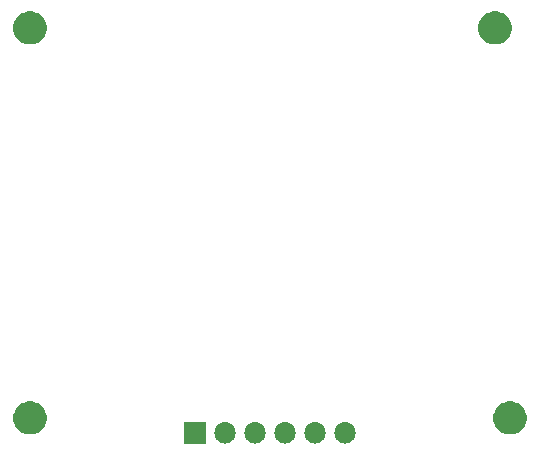
<source format=gbr>
G04 #@! TF.GenerationSoftware,KiCad,Pcbnew,(5.1.2)-2*
G04 #@! TF.CreationDate,2019-08-15T12:03:38-06:00*
G04 #@! TF.ProjectId,ps2plus,70733270-6c75-4732-9e6b-696361645f70,rev?*
G04 #@! TF.SameCoordinates,Original*
G04 #@! TF.FileFunction,Soldermask,Bot*
G04 #@! TF.FilePolarity,Negative*
%FSLAX46Y46*%
G04 Gerber Fmt 4.6, Leading zero omitted, Abs format (unit mm)*
G04 Created by KiCad (PCBNEW (5.1.2)-2) date 2019-08-15 12:03:38*
%MOMM*%
%LPD*%
G04 APERTURE LIST*
%ADD10C,0.100000*%
G04 APERTURE END LIST*
D10*
G36*
X144890443Y-88005519D02*
G01*
X144956627Y-88012037D01*
X145126466Y-88063557D01*
X145282991Y-88147222D01*
X145318729Y-88176552D01*
X145420186Y-88259814D01*
X145503448Y-88361271D01*
X145532778Y-88397009D01*
X145616443Y-88553534D01*
X145667963Y-88723373D01*
X145685359Y-88900000D01*
X145667963Y-89076627D01*
X145616443Y-89246466D01*
X145532778Y-89402991D01*
X145503448Y-89438729D01*
X145420186Y-89540186D01*
X145318729Y-89623448D01*
X145282991Y-89652778D01*
X145126466Y-89736443D01*
X144956627Y-89787963D01*
X144890443Y-89794481D01*
X144824260Y-89801000D01*
X144735740Y-89801000D01*
X144669557Y-89794481D01*
X144603373Y-89787963D01*
X144433534Y-89736443D01*
X144277009Y-89652778D01*
X144241271Y-89623448D01*
X144139814Y-89540186D01*
X144056552Y-89438729D01*
X144027222Y-89402991D01*
X143943557Y-89246466D01*
X143892037Y-89076627D01*
X143874641Y-88900000D01*
X143892037Y-88723373D01*
X143943557Y-88553534D01*
X144027222Y-88397009D01*
X144056552Y-88361271D01*
X144139814Y-88259814D01*
X144241271Y-88176552D01*
X144277009Y-88147222D01*
X144433534Y-88063557D01*
X144603373Y-88012037D01*
X144669557Y-88005519D01*
X144735740Y-87999000D01*
X144824260Y-87999000D01*
X144890443Y-88005519D01*
X144890443Y-88005519D01*
G37*
G36*
X147430443Y-88005519D02*
G01*
X147496627Y-88012037D01*
X147666466Y-88063557D01*
X147822991Y-88147222D01*
X147858729Y-88176552D01*
X147960186Y-88259814D01*
X148043448Y-88361271D01*
X148072778Y-88397009D01*
X148156443Y-88553534D01*
X148207963Y-88723373D01*
X148225359Y-88900000D01*
X148207963Y-89076627D01*
X148156443Y-89246466D01*
X148072778Y-89402991D01*
X148043448Y-89438729D01*
X147960186Y-89540186D01*
X147858729Y-89623448D01*
X147822991Y-89652778D01*
X147666466Y-89736443D01*
X147496627Y-89787963D01*
X147430443Y-89794481D01*
X147364260Y-89801000D01*
X147275740Y-89801000D01*
X147209557Y-89794481D01*
X147143373Y-89787963D01*
X146973534Y-89736443D01*
X146817009Y-89652778D01*
X146781271Y-89623448D01*
X146679814Y-89540186D01*
X146596552Y-89438729D01*
X146567222Y-89402991D01*
X146483557Y-89246466D01*
X146432037Y-89076627D01*
X146414641Y-88900000D01*
X146432037Y-88723373D01*
X146483557Y-88553534D01*
X146567222Y-88397009D01*
X146596552Y-88361271D01*
X146679814Y-88259814D01*
X146781271Y-88176552D01*
X146817009Y-88147222D01*
X146973534Y-88063557D01*
X147143373Y-88012037D01*
X147209557Y-88005519D01*
X147275740Y-87999000D01*
X147364260Y-87999000D01*
X147430443Y-88005519D01*
X147430443Y-88005519D01*
G37*
G36*
X142350443Y-88005519D02*
G01*
X142416627Y-88012037D01*
X142586466Y-88063557D01*
X142742991Y-88147222D01*
X142778729Y-88176552D01*
X142880186Y-88259814D01*
X142963448Y-88361271D01*
X142992778Y-88397009D01*
X143076443Y-88553534D01*
X143127963Y-88723373D01*
X143145359Y-88900000D01*
X143127963Y-89076627D01*
X143076443Y-89246466D01*
X142992778Y-89402991D01*
X142963448Y-89438729D01*
X142880186Y-89540186D01*
X142778729Y-89623448D01*
X142742991Y-89652778D01*
X142586466Y-89736443D01*
X142416627Y-89787963D01*
X142350443Y-89794481D01*
X142284260Y-89801000D01*
X142195740Y-89801000D01*
X142129557Y-89794481D01*
X142063373Y-89787963D01*
X141893534Y-89736443D01*
X141737009Y-89652778D01*
X141701271Y-89623448D01*
X141599814Y-89540186D01*
X141516552Y-89438729D01*
X141487222Y-89402991D01*
X141403557Y-89246466D01*
X141352037Y-89076627D01*
X141334641Y-88900000D01*
X141352037Y-88723373D01*
X141403557Y-88553534D01*
X141487222Y-88397009D01*
X141516552Y-88361271D01*
X141599814Y-88259814D01*
X141701271Y-88176552D01*
X141737009Y-88147222D01*
X141893534Y-88063557D01*
X142063373Y-88012037D01*
X142129557Y-88005519D01*
X142195740Y-87999000D01*
X142284260Y-87999000D01*
X142350443Y-88005519D01*
X142350443Y-88005519D01*
G37*
G36*
X139810443Y-88005519D02*
G01*
X139876627Y-88012037D01*
X140046466Y-88063557D01*
X140202991Y-88147222D01*
X140238729Y-88176552D01*
X140340186Y-88259814D01*
X140423448Y-88361271D01*
X140452778Y-88397009D01*
X140536443Y-88553534D01*
X140587963Y-88723373D01*
X140605359Y-88900000D01*
X140587963Y-89076627D01*
X140536443Y-89246466D01*
X140452778Y-89402991D01*
X140423448Y-89438729D01*
X140340186Y-89540186D01*
X140238729Y-89623448D01*
X140202991Y-89652778D01*
X140046466Y-89736443D01*
X139876627Y-89787963D01*
X139810443Y-89794481D01*
X139744260Y-89801000D01*
X139655740Y-89801000D01*
X139589557Y-89794481D01*
X139523373Y-89787963D01*
X139353534Y-89736443D01*
X139197009Y-89652778D01*
X139161271Y-89623448D01*
X139059814Y-89540186D01*
X138976552Y-89438729D01*
X138947222Y-89402991D01*
X138863557Y-89246466D01*
X138812037Y-89076627D01*
X138794641Y-88900000D01*
X138812037Y-88723373D01*
X138863557Y-88553534D01*
X138947222Y-88397009D01*
X138976552Y-88361271D01*
X139059814Y-88259814D01*
X139161271Y-88176552D01*
X139197009Y-88147222D01*
X139353534Y-88063557D01*
X139523373Y-88012037D01*
X139589557Y-88005519D01*
X139655740Y-87999000D01*
X139744260Y-87999000D01*
X139810443Y-88005519D01*
X139810443Y-88005519D01*
G37*
G36*
X137270443Y-88005519D02*
G01*
X137336627Y-88012037D01*
X137506466Y-88063557D01*
X137662991Y-88147222D01*
X137698729Y-88176552D01*
X137800186Y-88259814D01*
X137883448Y-88361271D01*
X137912778Y-88397009D01*
X137996443Y-88553534D01*
X138047963Y-88723373D01*
X138065359Y-88900000D01*
X138047963Y-89076627D01*
X137996443Y-89246466D01*
X137912778Y-89402991D01*
X137883448Y-89438729D01*
X137800186Y-89540186D01*
X137698729Y-89623448D01*
X137662991Y-89652778D01*
X137506466Y-89736443D01*
X137336627Y-89787963D01*
X137270443Y-89794481D01*
X137204260Y-89801000D01*
X137115740Y-89801000D01*
X137049557Y-89794481D01*
X136983373Y-89787963D01*
X136813534Y-89736443D01*
X136657009Y-89652778D01*
X136621271Y-89623448D01*
X136519814Y-89540186D01*
X136436552Y-89438729D01*
X136407222Y-89402991D01*
X136323557Y-89246466D01*
X136272037Y-89076627D01*
X136254641Y-88900000D01*
X136272037Y-88723373D01*
X136323557Y-88553534D01*
X136407222Y-88397009D01*
X136436552Y-88361271D01*
X136519814Y-88259814D01*
X136621271Y-88176552D01*
X136657009Y-88147222D01*
X136813534Y-88063557D01*
X136983373Y-88012037D01*
X137049557Y-88005519D01*
X137115740Y-87999000D01*
X137204260Y-87999000D01*
X137270443Y-88005519D01*
X137270443Y-88005519D01*
G37*
G36*
X135521000Y-89801000D02*
G01*
X133719000Y-89801000D01*
X133719000Y-87999000D01*
X135521000Y-87999000D01*
X135521000Y-89801000D01*
X135521000Y-89801000D01*
G37*
G36*
X120968433Y-86264893D02*
G01*
X121058657Y-86282839D01*
X121164267Y-86326585D01*
X121313621Y-86388449D01*
X121313622Y-86388450D01*
X121543086Y-86541772D01*
X121738228Y-86736914D01*
X121840675Y-86890237D01*
X121891551Y-86966379D01*
X121953415Y-87115733D01*
X121997161Y-87221343D01*
X122051000Y-87492014D01*
X122051000Y-87767986D01*
X121997161Y-88038657D01*
X121953415Y-88144267D01*
X121891551Y-88293621D01*
X121891550Y-88293622D01*
X121738228Y-88523086D01*
X121543086Y-88718228D01*
X121389763Y-88820675D01*
X121313621Y-88871551D01*
X121164267Y-88933415D01*
X121058657Y-88977161D01*
X120968433Y-88995107D01*
X120787988Y-89031000D01*
X120512012Y-89031000D01*
X120331567Y-88995107D01*
X120241343Y-88977161D01*
X120135733Y-88933415D01*
X119986379Y-88871551D01*
X119910237Y-88820675D01*
X119756914Y-88718228D01*
X119561772Y-88523086D01*
X119408450Y-88293622D01*
X119408449Y-88293621D01*
X119346585Y-88144267D01*
X119302839Y-88038657D01*
X119249000Y-87767986D01*
X119249000Y-87492014D01*
X119302839Y-87221343D01*
X119346585Y-87115733D01*
X119408449Y-86966379D01*
X119459325Y-86890237D01*
X119561772Y-86736914D01*
X119756914Y-86541772D01*
X119986378Y-86388450D01*
X119986379Y-86388449D01*
X120135733Y-86326585D01*
X120241343Y-86282839D01*
X120331567Y-86264893D01*
X120512012Y-86229000D01*
X120787988Y-86229000D01*
X120968433Y-86264893D01*
X120968433Y-86264893D01*
G37*
G36*
X161608433Y-86264893D02*
G01*
X161698657Y-86282839D01*
X161804267Y-86326585D01*
X161953621Y-86388449D01*
X161953622Y-86388450D01*
X162183086Y-86541772D01*
X162378228Y-86736914D01*
X162480675Y-86890237D01*
X162531551Y-86966379D01*
X162593415Y-87115733D01*
X162637161Y-87221343D01*
X162691000Y-87492014D01*
X162691000Y-87767986D01*
X162637161Y-88038657D01*
X162593415Y-88144267D01*
X162531551Y-88293621D01*
X162531550Y-88293622D01*
X162378228Y-88523086D01*
X162183086Y-88718228D01*
X162029763Y-88820675D01*
X161953621Y-88871551D01*
X161804267Y-88933415D01*
X161698657Y-88977161D01*
X161608433Y-88995107D01*
X161427988Y-89031000D01*
X161152012Y-89031000D01*
X160971567Y-88995107D01*
X160881343Y-88977161D01*
X160775733Y-88933415D01*
X160626379Y-88871551D01*
X160550237Y-88820675D01*
X160396914Y-88718228D01*
X160201772Y-88523086D01*
X160048450Y-88293622D01*
X160048449Y-88293621D01*
X159986585Y-88144267D01*
X159942839Y-88038657D01*
X159889000Y-87767986D01*
X159889000Y-87492014D01*
X159942839Y-87221343D01*
X159986585Y-87115733D01*
X160048449Y-86966379D01*
X160099325Y-86890237D01*
X160201772Y-86736914D01*
X160396914Y-86541772D01*
X160626378Y-86388450D01*
X160626379Y-86388449D01*
X160775733Y-86326585D01*
X160881343Y-86282839D01*
X160971567Y-86264893D01*
X161152012Y-86229000D01*
X161427988Y-86229000D01*
X161608433Y-86264893D01*
X161608433Y-86264893D01*
G37*
G36*
X160338433Y-53244893D02*
G01*
X160428657Y-53262839D01*
X160534267Y-53306585D01*
X160683621Y-53368449D01*
X160683622Y-53368450D01*
X160913086Y-53521772D01*
X161108228Y-53716914D01*
X161210675Y-53870237D01*
X161261551Y-53946379D01*
X161367161Y-54201344D01*
X161421000Y-54472012D01*
X161421000Y-54747988D01*
X161367161Y-55018656D01*
X161261551Y-55273621D01*
X161261550Y-55273622D01*
X161108228Y-55503086D01*
X160913086Y-55698228D01*
X160759763Y-55800675D01*
X160683621Y-55851551D01*
X160534267Y-55913415D01*
X160428657Y-55957161D01*
X160338433Y-55975107D01*
X160157988Y-56011000D01*
X159882012Y-56011000D01*
X159701567Y-55975107D01*
X159611343Y-55957161D01*
X159505733Y-55913415D01*
X159356379Y-55851551D01*
X159280237Y-55800675D01*
X159126914Y-55698228D01*
X158931772Y-55503086D01*
X158778450Y-55273622D01*
X158778449Y-55273621D01*
X158672839Y-55018656D01*
X158619000Y-54747988D01*
X158619000Y-54472012D01*
X158672839Y-54201344D01*
X158778449Y-53946379D01*
X158829325Y-53870237D01*
X158931772Y-53716914D01*
X159126914Y-53521772D01*
X159356378Y-53368450D01*
X159356379Y-53368449D01*
X159505733Y-53306585D01*
X159611343Y-53262839D01*
X159701567Y-53244893D01*
X159882012Y-53209000D01*
X160157988Y-53209000D01*
X160338433Y-53244893D01*
X160338433Y-53244893D01*
G37*
G36*
X120968433Y-53244893D02*
G01*
X121058657Y-53262839D01*
X121164267Y-53306585D01*
X121313621Y-53368449D01*
X121313622Y-53368450D01*
X121543086Y-53521772D01*
X121738228Y-53716914D01*
X121840675Y-53870237D01*
X121891551Y-53946379D01*
X121997161Y-54201344D01*
X122051000Y-54472012D01*
X122051000Y-54747988D01*
X121997161Y-55018656D01*
X121891551Y-55273621D01*
X121891550Y-55273622D01*
X121738228Y-55503086D01*
X121543086Y-55698228D01*
X121389763Y-55800675D01*
X121313621Y-55851551D01*
X121164267Y-55913415D01*
X121058657Y-55957161D01*
X120968433Y-55975107D01*
X120787988Y-56011000D01*
X120512012Y-56011000D01*
X120331567Y-55975107D01*
X120241343Y-55957161D01*
X120135733Y-55913415D01*
X119986379Y-55851551D01*
X119910237Y-55800675D01*
X119756914Y-55698228D01*
X119561772Y-55503086D01*
X119408450Y-55273622D01*
X119408449Y-55273621D01*
X119302839Y-55018656D01*
X119249000Y-54747988D01*
X119249000Y-54472012D01*
X119302839Y-54201344D01*
X119408449Y-53946379D01*
X119459325Y-53870237D01*
X119561772Y-53716914D01*
X119756914Y-53521772D01*
X119986378Y-53368450D01*
X119986379Y-53368449D01*
X120135733Y-53306585D01*
X120241343Y-53262839D01*
X120331567Y-53244893D01*
X120512012Y-53209000D01*
X120787988Y-53209000D01*
X120968433Y-53244893D01*
X120968433Y-53244893D01*
G37*
M02*

</source>
